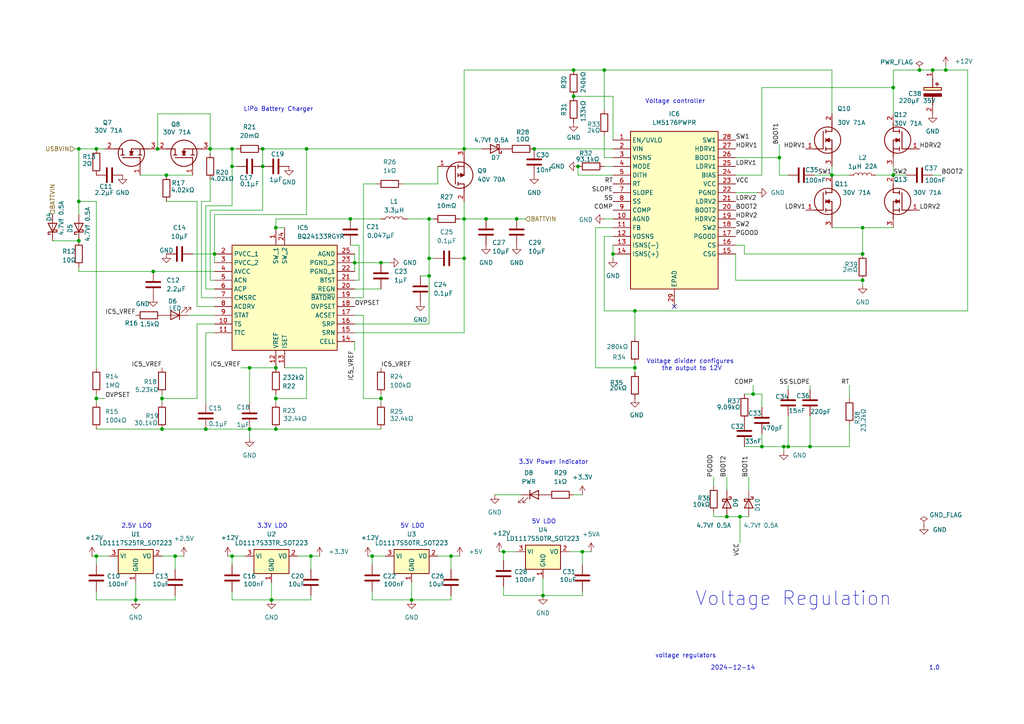
<source format=kicad_sch>
(kicad_sch (version 20231120) (generator "eeschema") (generator_version "8.0")
  (paper "A4")
  (junction (at 119.38 173.99))
  (junction (at 214.63 149.86))
  (junction (at 270.51 20.32))
  (junction (at 62.23 73.66))
  (junction (at 228.6 129.54))
  (junction (at 226.06 45.72))
  (junction (at 27.94 115.57))
  (junction (at 259.08 50.8))
  (junction (at 149.86 63.5))
  (junction (at 72.39 124.46))
  (junction (at 130.81 161.29))
  (junction (at 134.62 74.93))
  (junction (at 250.19 81.28))
  (junction (at 210.82 149.86))
  (junction (at 76.2 48.26))
  (junction (at 177.8 73.66))
  (junction (at 44.45 78.74))
  (junction (at 80.01 106.68))
  (junction (at 166.37 27.94))
  (junction (at 154.94 43.18))
  (junction (at 76.2 43.18))
  (junction (at 124.46 74.93))
  (junction (at 107.95 161.29))
  (junction (at 124.46 80.01))
  (junction (at 27.94 161.29))
  (junction (at 184.15 90.17))
  (junction (at 80.01 124.46))
  (junction (at 50.8 161.29))
  (junction (at 227.33 129.54))
  (junction (at 168.91 160.02))
  (junction (at 46.99 124.46))
  (junction (at 110.49 76.2))
  (junction (at 274.32 20.32))
  (junction (at 90.17 161.29))
  (junction (at 167.64 48.26))
  (junction (at 80.01 66.04))
  (junction (at 59.69 124.46))
  (junction (at 27.94 43.18))
  (junction (at 250.19 73.66))
  (junction (at 157.48 172.72))
  (junction (at 234.95 129.54))
  (junction (at 266.7 20.32))
  (junction (at 22.86 58.42))
  (junction (at 88.9 43.18))
  (junction (at 166.37 20.32))
  (junction (at 102.87 76.2))
  (junction (at 175.26 20.32))
  (junction (at 60.96 43.18))
  (junction (at 101.6 63.5))
  (junction (at 22.86 43.18))
  (junction (at 45.72 43.18))
  (junction (at 72.39 106.68))
  (junction (at 67.31 43.18))
  (junction (at 220.98 129.54))
  (junction (at 80.01 115.57))
  (junction (at 134.62 63.5))
  (junction (at 67.31 161.29))
  (junction (at 259.08 25.4))
  (junction (at 39.37 173.99))
  (junction (at 241.3 50.8))
  (junction (at 218.44 114.3))
  (junction (at 250.19 66.04))
  (junction (at 184.15 106.68))
  (junction (at 140.97 63.5))
  (junction (at 134.62 43.18))
  (junction (at 110.49 115.57))
  (junction (at 67.31 48.26))
  (junction (at 48.26 50.8))
  (junction (at 46.99 115.57))
  (junction (at 78.74 173.99))
  (junction (at 22.86 69.85))
  (junction (at 146.05 160.02))
  (junction (at 124.46 63.5))
  (no_connect (at 195.58 88.9))
  (wire (pts (xy 62.23 73.66) (xy 62.23 62.23)))
  (wire (pts (xy 104.14 71.12) (xy 101.6 71.12)))
  (wire (pts (xy 227.33 129.54) (xy 227.33 130.81)))
  (wire (pts (xy 175.26 45.72) (xy 175.26 39.37)))
  (wire (pts (xy 60.96 43.18) (xy 60.96 44.45)))
  (wire (pts (xy 274.32 20.32) (xy 280.67 20.32)))
  (wire (pts (xy 270.51 20.32) (xy 274.32 20.32)))
  (wire (pts (xy 69.85 106.68) (xy 72.39 106.68)))
  (wire (pts (xy 105.41 53.34) (xy 109.22 53.34)))
  (wire (pts (xy 124.46 74.93) (xy 125.73 74.93)))
  (wire (pts (xy 177.8 73.66) (xy 177.8 74.93)))
  (wire (pts (xy 134.62 43.18) (xy 139.7 43.18)))
  (wire (pts (xy 228.6 120.65) (xy 228.6 129.54)))
  (wire (pts (xy 259.08 25.4) (xy 259.08 33.02)))
  (wire (pts (xy 241.3 66.04) (xy 250.19 66.04)))
  (wire (pts (xy 67.31 43.18) (xy 68.58 43.18)))
  (wire (pts (xy 166.37 27.94) (xy 177.8 27.94)))
  (wire (pts (xy 62.23 93.98) (xy 57.15 93.98)))
  (wire (pts (xy 168.91 172.72) (xy 157.48 172.72)))
  (wire (pts (xy 280.67 20.32) (xy 280.67 90.17)))
  (wire (pts (xy 60.96 81.28) (xy 60.96 60.96)))
  (wire (pts (xy 67.31 163.83) (xy 67.31 161.29)))
  (wire (pts (xy 46.99 124.46) (xy 59.69 124.46)))
  (wire (pts (xy 213.36 50.8) (xy 220.98 50.8)))
  (wire (pts (xy 59.69 124.46) (xy 72.39 124.46)))
  (wire (pts (xy 60.96 33.02) (xy 60.96 43.18)))
  (wire (pts (xy 90.17 161.29) (xy 86.36 161.29)))
  (wire (pts (xy 90.17 173.99) (xy 78.74 173.99)))
  (wire (pts (xy 27.94 171.45) (xy 27.94 173.99)))
  (wire (pts (xy 134.62 63.5) (xy 134.62 74.93)))
  (wire (pts (xy 62.23 73.66) (xy 62.23 76.2)))
  (wire (pts (xy 121.92 80.01) (xy 124.46 80.01)))
  (wire (pts (xy 80.01 66.04) (xy 82.55 66.04)))
  (wire (pts (xy 250.19 81.28) (xy 250.19 82.55)))
  (wire (pts (xy 21.59 43.18) (xy 22.86 43.18)))
  (wire (pts (xy 27.94 124.46) (xy 46.99 124.46)))
  (wire (pts (xy 168.91 160.02) (xy 165.1 160.02)))
  (wire (pts (xy 246.38 123.19) (xy 246.38 129.54)))
  (wire (pts (xy 213.36 45.72) (xy 226.06 45.72)))
  (wire (pts (xy 44.45 78.74) (xy 62.23 78.74)))
  (wire (pts (xy 175.26 68.58) (xy 177.8 68.58)))
  (wire (pts (xy 220.98 50.8) (xy 220.98 25.4)))
  (wire (pts (xy 270.51 50.8) (xy 273.05 50.8)))
  (wire (pts (xy 90.17 165.1) (xy 90.17 161.29)))
  (wire (pts (xy 210.82 138.43) (xy 210.82 142.24)))
  (wire (pts (xy 236.22 50.8) (xy 241.3 50.8)))
  (wire (pts (xy 101.6 63.5) (xy 80.01 63.5)))
  (wire (pts (xy 217.17 138.43) (xy 217.17 142.24)))
  (wire (pts (xy 88.9 43.18) (xy 134.62 43.18)))
  (wire (pts (xy 228.6 129.54) (xy 227.33 129.54)))
  (wire (pts (xy 167.64 50.8) (xy 177.8 50.8)))
  (wire (pts (xy 50.8 172.72) (xy 50.8 173.99)))
  (wire (pts (xy 175.26 90.17) (xy 184.15 90.17)))
  (wire (pts (xy 207.01 148.59) (xy 207.01 149.86)))
  (wire (pts (xy 130.81 172.72) (xy 130.81 173.99)))
  (wire (pts (xy 27.94 115.57) (xy 27.94 116.84)))
  (wire (pts (xy 62.23 88.9) (xy 57.15 88.9)))
  (wire (pts (xy 220.98 129.54) (xy 227.33 129.54)))
  (wire (pts (xy 80.01 63.5) (xy 80.01 66.04)))
  (wire (pts (xy 134.62 63.5) (xy 140.97 63.5)))
  (wire (pts (xy 105.41 115.57) (xy 110.49 115.57)))
  (wire (pts (xy 215.9 129.54) (xy 220.98 129.54)))
  (wire (pts (xy 184.15 105.41) (xy 184.15 106.68)))
  (wire (pts (xy 107.95 161.29) (xy 111.76 161.29)))
  (wire (pts (xy 130.81 173.99) (xy 119.38 173.99)))
  (wire (pts (xy 241.3 48.26) (xy 241.3 50.8)))
  (wire (pts (xy 146.05 160.02) (xy 149.86 160.02)))
  (wire (pts (xy 40.64 50.8) (xy 48.26 50.8)))
  (wire (pts (xy 46.99 114.3) (xy 46.99 115.57)))
  (wire (pts (xy 110.49 63.5) (xy 101.6 63.5)))
  (wire (pts (xy 102.87 76.2) (xy 102.87 78.74)))
  (wire (pts (xy 57.15 93.98) (xy 57.15 115.57)))
  (wire (pts (xy 175.26 20.32) (xy 241.3 20.32)))
  (wire (pts (xy 88.9 62.23) (xy 88.9 43.18)))
  (wire (pts (xy 215.9 73.66) (xy 250.19 73.66)))
  (wire (pts (xy 146.05 170.18) (xy 146.05 172.72)))
  (wire (pts (xy 57.15 58.42) (xy 57.15 88.9)))
  (wire (pts (xy 116.84 53.34) (xy 127 53.34)))
  (wire (pts (xy 27.94 43.18) (xy 30.48 43.18)))
  (wire (pts (xy 62.23 62.23) (xy 88.9 62.23)))
  (wire (pts (xy 143.51 143.51) (xy 151.13 143.51)))
  (wire (pts (xy 90.17 172.72) (xy 90.17 173.99)))
  (wire (pts (xy 57.15 115.57) (xy 46.99 115.57)))
  (wire (pts (xy 110.49 114.3) (xy 110.49 115.57)))
  (wire (pts (xy 78.74 168.91) (xy 78.74 173.99)))
  (wire (pts (xy 27.94 163.83) (xy 27.94 161.29)))
  (wire (pts (xy 27.94 173.99) (xy 39.37 173.99)))
  (wire (pts (xy 218.44 111.76) (xy 218.44 114.3)))
  (wire (pts (xy 234.95 120.65) (xy 234.95 129.54)))
  (wire (pts (xy 88.9 115.57) (xy 80.01 115.57)))
  (wire (pts (xy 134.62 63.5) (xy 133.35 63.5)))
  (wire (pts (xy 60.96 58.42) (xy 60.96 52.07)))
  (wire (pts (xy 66.04 161.29) (xy 67.31 161.29)))
  (wire (pts (xy 152.4 63.5) (xy 149.86 63.5)))
  (wire (pts (xy 102.87 83.82) (xy 110.49 83.82)))
  (wire (pts (xy 72.39 106.68) (xy 80.01 106.68)))
  (wire (pts (xy 250.19 66.04) (xy 259.08 66.04)))
  (wire (pts (xy 104.14 81.28) (xy 102.87 81.28)))
  (wire (pts (xy 76.2 43.18) (xy 88.9 43.18)))
  (wire (pts (xy 167.64 48.26) (xy 167.64 50.8)))
  (wire (pts (xy 259.08 48.26) (xy 259.08 50.8)))
  (wire (pts (xy 124.46 74.93) (xy 124.46 63.5)))
  (wire (pts (xy 48.26 50.8) (xy 55.88 50.8)))
  (wire (pts (xy 102.87 96.52) (xy 134.62 96.52)))
  (wire (pts (xy 46.99 116.84) (xy 46.99 115.57)))
  (wire (pts (xy 60.96 33.02) (xy 45.72 33.02)))
  (wire (pts (xy 67.31 48.26) (xy 68.58 48.26)))
  (wire (pts (xy 234.95 113.03) (xy 234.95 111.76)))
  (wire (pts (xy 105.41 86.36) (xy 105.41 53.34)))
  (wire (pts (xy 177.8 27.94) (xy 177.8 40.64)))
  (wire (pts (xy 166.37 20.32) (xy 175.26 20.32)))
  (wire (pts (xy 127 48.26) (xy 127 53.34)))
  (wire (pts (xy 105.41 91.44) (xy 105.41 115.57)))
  (wire (pts (xy 175.26 31.75) (xy 175.26 20.32)))
  (wire (pts (xy 172.72 66.04) (xy 177.8 66.04)))
  (wire (pts (xy 133.35 74.93) (xy 134.62 74.93)))
  (wire (pts (xy 102.87 86.36) (xy 105.41 86.36)))
  (wire (pts (xy 210.82 149.86) (xy 214.63 149.86)))
  (wire (pts (xy 207.01 138.43) (xy 207.01 140.97)))
  (wire (pts (xy 67.31 48.26) (xy 67.31 43.18)))
  (wire (pts (xy 259.08 25.4) (xy 259.08 20.32)))
  (wire (pts (xy 218.44 114.3) (xy 220.98 114.3)))
  (wire (pts (xy 214.63 149.86) (xy 214.63 157.48)))
  (wire (pts (xy 60.96 43.18) (xy 67.31 43.18)))
  (wire (pts (xy 259.08 20.32) (xy 266.7 20.32)))
  (wire (pts (xy 134.62 58.42) (xy 134.62 63.5)))
  (wire (pts (xy 220.98 25.4) (xy 259.08 25.4)))
  (wire (pts (xy 62.23 81.28) (xy 60.96 81.28)))
  (wire (pts (xy 172.72 66.04) (xy 172.72 106.68)))
  (wire (pts (xy 146.05 172.72) (xy 157.48 172.72)))
  (wire (pts (xy 184.15 90.17) (xy 280.67 90.17)))
  (wire (pts (xy 67.31 171.45) (xy 67.31 173.99)))
  (wire (pts (xy 214.63 149.86) (xy 217.17 149.86)))
  (wire (pts (xy 130.81 161.29) (xy 127 161.29)))
  (wire (pts (xy 58.42 86.36) (xy 62.23 86.36)))
  (wire (pts (xy 27.94 114.3) (xy 27.94 115.57)))
  (wire (pts (xy 124.46 80.01) (xy 124.46 74.93)))
  (wire (pts (xy 72.39 127) (xy 72.39 124.46)))
  (wire (pts (xy 59.69 59.69) (xy 59.69 83.82)))
  (wire (pts (xy 124.46 63.5) (xy 125.73 63.5)))
  (wire (pts (xy 27.94 106.68) (xy 27.94 58.42)))
  (wire (pts (xy 259.08 50.8) (xy 262.89 50.8)))
  (wire (pts (xy 168.91 171.45) (xy 168.91 172.72)))
  (wire (pts (xy 250.19 66.04) (xy 250.19 73.66)))
  (wire (pts (xy 134.62 20.32) (xy 166.37 20.32)))
  (wire (pts (xy 67.31 161.29) (xy 71.12 161.29)))
  (wire (pts (xy 76.2 48.26) (xy 76.2 60.96)))
  (wire (pts (xy 88.9 106.68) (xy 88.9 115.57)))
  (wire (pts (xy 50.8 165.1) (xy 50.8 161.29)))
  (wire (pts (xy 102.87 91.44) (xy 105.41 91.44)))
  (wire (pts (xy 54.61 91.44) (xy 62.23 91.44)))
  (wire (pts (xy 175.26 63.5) (xy 177.8 63.5)))
  (wire (pts (xy 241.3 50.8) (xy 246.38 50.8)))
  (wire (pts (xy 175.26 48.26) (xy 177.8 48.26)))
  (wire (pts (xy 59.69 96.52) (xy 59.69 116.84)))
  (wire (pts (xy 171.45 160.02) (xy 168.91 160.02)))
  (wire (pts (xy 45.72 33.02) (xy 45.72 43.18)))
  (wire (pts (xy 59.69 96.52) (xy 62.23 96.52)))
  (wire (pts (xy 172.72 106.68) (xy 184.15 106.68)))
  (wire (pts (xy 50.8 173.99) (xy 39.37 173.99)))
  (wire (pts (xy 118.11 63.5) (xy 124.46 63.5)))
  (wire (pts (xy 67.31 48.26) (xy 67.31 59.69)))
  (wire (pts (xy 39.37 168.91) (xy 39.37 173.99)))
  (wire (pts (xy 22.86 43.18) (xy 22.86 58.42)))
  (wire (pts (xy 57.15 58.42) (xy 48.26 58.42)))
  (wire (pts (xy 110.49 115.57) (xy 110.49 116.84)))
  (wire (pts (xy 226.06 50.8) (xy 228.6 50.8)))
  (wire (pts (xy 219.71 55.88) (xy 213.36 55.88)))
  (wire (pts (xy 177.8 45.72) (xy 175.26 45.72)))
  (wire (pts (xy 113.03 76.2) (xy 110.49 76.2)))
  (wire (pts (xy 107.95 163.83) (xy 107.95 161.29)))
  (wire (pts (xy 213.36 73.66) (xy 213.36 81.28)))
  (wire (pts (xy 15.24 69.85) (xy 22.86 69.85)))
  (wire (pts (xy 119.38 168.91) (xy 119.38 173.99)))
  (wire (pts (xy 215.9 71.12) (xy 215.9 73.66)))
  (wire (pts (xy 80.01 124.46) (xy 110.49 124.46)))
  (wire (pts (xy 82.55 106.68) (xy 88.9 106.68)))
  (wire (pts (xy 22.86 77.47) (xy 22.86 78.74)))
  (wire (pts (xy 102.87 73.66) (xy 102.87 76.2)))
  (wire (pts (xy 102.87 93.98) (xy 124.46 93.98)))
  (wire (pts (xy 157.48 167.64) (xy 157.48 172.72)))
  (wire (pts (xy 133.35 161.29) (xy 130.81 161.29)))
  (wire (pts (xy 59.69 59.69) (xy 67.31 59.69)))
  (wire (pts (xy 226.06 41.91) (xy 226.06 45.72)))
  (wire (pts (xy 22.86 58.42) (xy 22.86 62.23)))
  (wire (pts (xy 62.23 83.82) (xy 59.69 83.82)))
  (wire (pts (xy 184.15 90.17) (xy 184.15 97.79)))
  (wire (pts (xy 22.86 43.18) (xy 27.94 43.18)))
  (wire (pts (xy 246.38 111.76) (xy 246.38 115.57)))
  (wire (pts (xy 58.42 58.42) (xy 60.96 58.42)))
  (wire (pts (xy 104.14 81.28) (xy 104.14 71.12)))
  (wire (pts (xy 76.2 48.26) (xy 76.2 43.18)))
  (wire (pts (xy 254 50.8) (xy 259.08 50.8)))
  (wire (pts (xy 226.06 45.72) (xy 226.06 50.8)))
  (wire (pts (xy 175.26 68.58) (xy 175.26 90.17)))
  (wire (pts (xy 80.01 114.3) (xy 80.01 115.57)))
  (wire (pts (xy 241.3 20.32) (xy 241.3 33.02)))
  (wire (pts (xy 154.94 43.18) (xy 177.8 43.18)))
  (wire (pts (xy 55.88 73.66) (xy 62.23 73.66)))
  (wire (pts (xy 213.36 81.28) (xy 250.19 81.28)))
  (wire (pts (xy 58.42 58.42) (xy 58.42 86.36)))
  (wire (pts (xy 124.46 93.98) (xy 124.46 80.01)))
  (wire (pts (xy 130.81 165.1) (xy 130.81 161.29)))
  (wire (pts (xy 220.98 118.11) (xy 220.98 114.3)))
  (wire (pts (xy 215.9 114.3) (xy 218.44 114.3)))
  (wire (pts (xy 107.95 173.99) (xy 119.38 173.99)))
  (wire (pts (xy 60.96 60.96) (xy 76.2 60.96)))
  (wire (pts (xy 102.87 76.2) (xy 110.49 76.2)))
  (wire (pts (xy 220.98 125.73) (xy 220.98 129.54)))
  (wire (pts (xy 67.31 173.99) (xy 78.74 173.99)))
  (wire (pts (xy 168.91 163.83) (xy 168.91 160.02)))
  (wire (pts (xy 27.94 161.29) (xy 31.75 161.29)))
  (wire (pts (xy 50.8 161.29) (xy 46.99 161.29)))
  (wire (pts (xy 234.95 129.54) (xy 228.6 129.54)))
  (wire (pts (xy 53.34 161.29) (xy 50.8 161.29)))
  (wire (pts (xy 106.68 161.29) (xy 107.95 161.29)))
  (wire (pts (xy 102.87 101.6) (xy 102.87 99.06)))
  (wire (pts (xy 26.67 161.29) (xy 27.94 161.29)))
  (wire (pts (xy 22.86 78.74) (xy 44.45 78.74)))
  (wire (pts (xy 184.15 106.68) (xy 184.15 107.95)))
  (wire (pts (xy 27.94 115.57) (xy 30.48 115.57)))
  (wire (pts (xy 72.39 124.46) (xy 80.01 124.46)))
  (wire (pts (xy 274.32 19.05) (xy 274.32 20.32)))
  (wire (pts (xy 215.9 71.12) (xy 213.36 71.12)))
  (wire (pts (xy 234.95 129.54) (xy 246.38 129.54)))
  (wire (pts (xy 266.7 20.32) (xy 270.51 20.32)))
  (wire (pts (xy 177.8 71.12) (xy 177.8 73.66)))
  (wire (pts (xy 107.95 171.45) (xy 107.95 173.99)))
  (wire (pts (xy 149.86 63.5) (xy 140.97 63.5)))
  (wire (pts (xy 27.94 58.42) (xy 22.86 58.42)))
  (wire (pts (xy 80.01 115.57) (xy 80.01 116.84)))
  (wire (pts (xy 134.62 74.93) (xy 134.62 96.52)))
  (wire (pts (xy 166.37 143.51) (xy 168.91 143.51)))
  (wire (pts (xy 144.78 160.02) (xy 146.05 160.02)))
  (wire (pts (xy 228.6 111.76) (xy 228.6 113.03)))
  (wire (pts (xy 146.05 162.56) (xy 146.05 160.02)))
  (wire (pts (xy 207.01 149.86) (xy 210.82 149.86)))
  (wire (pts (xy 134.62 20.32) (xy 134.62 43.18)))
  (wire (pts (xy 72.39 116.84) (xy 72.39 106.68)))
  (wire (pts (xy 92.71 161.29) (xy 90.17 161.29)))
  (text "1.0" (at 271.018 193.802 0) (effects (font (size 1.27 1.27))))
  (text "5V LDO\n" (at 119.634 152.654 0) (effects (font (size 1.27 1.27))))
  (text "3.3V Power indicator\n" (at 160.528 134.112 0) (effects (font (size 1.27 1.27))))
  (text "2024-12-14" (at 212.598 193.802 0) (effects (font (size 1.27 1.27))))
  (text "Voltage divider configures \nthe output to 12V" (at 200.66 105.918 0) (effects (font (size 1.27 1.27))))
  (text "2.5V LDO" (at 39.624 152.654 0) (effects (font (size 1.27 1.27))))
  (text "Voltage Regulation" (at 230.124 173.736 0) (effects (font (size 4 4))))
  (text "Voltage controller" (at 195.834 29.464 0) (effects (font (size 1.27 1.27))))
  (text "LiPo Battery Charger\n" (at 80.772 31.75 0) (effects (font (size 1.27 1.27))))
  (text "5V LDO\n" (at 157.734 151.384 0) (effects (font (size 1.27 1.27))))
  (text "voltage regulators\n" (at 198.882 190.246 0) (effects (font (size 1.27 1.27))))
  (text "3.3V LDO" (at 78.994 152.654 0) (effects (font (size 1.27 1.27))))
  (label "COMP" (at 177.8 60.96 180))
  (label "SS" (at 177.8 58.42 180))
  (label "BOOT1" (at 226.06 41.91 90))
  (label "HDRV2" (at 213.36 63.5 0))
  (label "LDRV2" (at 266.7 60.96 0))
  (label "PGOOD" (at 213.36 68.58 0))
  (label "BOOT2" (at 213.36 60.96 0))
  (label "LDRV1" (at 213.36 48.26 0))
  (label "VCC" (at 213.36 53.34 0))
  (label "PGOOD" (at 207.01 138.43 90))
  (label "VCC" (at 214.63 157.48 270))
  (label "SW2" (at 259.08 50.8 0))
  (label "SW1" (at 241.3 50.8 180))
  (label "IC5_VREF" (at 110.49 106.68 0))
  (label "IC5_VREF" (at 46.99 106.68 180))
  (label "HDRV1" (at 213.36 43.18 0))
  (label "SW2" (at 213.36 66.04 0))
  (label "BOOT2" (at 273.05 50.8 0))
  (label "SW1" (at 213.36 40.64 0))
  (label "BOOT1" (at 217.17 138.43 90))
  (label "SLOPE" (at 234.95 111.76 180))
  (label "OVPSET" (at 102.87 88.9 0))
  (label "SS" (at 228.6 111.76 180))
  (label "BOOT2" (at 210.82 138.43 90))
  (label "IC5_VREF" (at 102.87 101.6 270))
  (label "COMP" (at 218.44 111.76 180))
  (label "SLOPE" (at 177.8 55.88 180))
  (label "RT" (at 246.38 111.76 180))
  (label "HDRV2" (at 266.7 43.18 0))
  (label "HDRV1" (at 233.68 43.18 180))
  (label "OVPSET" (at 30.48 115.57 0))
  (label "RT" (at 177.8 53.34 180))
  (label "IC5_VREF" (at 69.85 106.68 180))
  (label "IC5_VREF" (at 39.37 91.44 180))
  (label "LDRV1" (at 233.68 60.96 180))
  (label "LDRV2" (at 213.36 58.42 0))
  (hierarchical_label "BATTVIN" (shape input) (at 15.24 62.23 90))
  (hierarchical_label "USBVIN" (shape input) (at 21.59 43.18 180))
  (hierarchical_label "BATTVIN" (shape input) (at 152.4 63.5 0))
  (symbol (lib_id "power:+12V") (at 66.04 161.29 0) (unit 1)
    (property "Reference" "#PWR033" (effects (hide yes)))
    (property "Value" "+12V" (at 64.008 155.956 0) (effects (justify left)))
    (property "Description" "Power symbol creates a global label with name \"+12V\"" (effects (hide yes)))
  )
  (symbol (lib_id "Device:C") (at 72.39 48.26 90) (unit 1)
    (property "Reference" "C17" (at 71.374 51.562 90))
    (property "Value" "0.1µF" (at 72.39 53.34 90))
    (property "Footprint" "Capacitor_SMD:C_0603_1608Metric" (effects (hide yes)))
    (property "Description" "Unpolarized capacitor" (effects (hide yes)))
  )
  (symbol (lib_id "Device:C") (at 44.45 82.55 0) (unit 1)
    (property "Reference" "C12" (at 48.26 81.2799 0) (effects (justify left)))
    (property "Value" "2.2µF" (at 48.26 83.8199 0) (effects (justify left)))
    (property "Footprint" "Capacitor_SMD:C_0603_1608Metric" (effects (hide yes)))
    (property "Description" "Unpolarized capacitor" (effects (hide yes)))
  )
  (symbol (lib_id "Device:R") (at 80.01 120.65 0) (unit 1)
    (property "Reference" "R23" (at 83.82 119.126 0))
    (property "Value" "32.4kΩ" (at 85.598 121.412 0))
    (property "Footprint" "Resistor_SMD:R_0603_1608Metric" (effects (hide yes)))
    (property "Description" "Resistor" (effects (hide yes)))
  )
  (symbol (lib_id "Device:R") (at 46.99 120.65 180) (unit 1)
    (property "Reference" "R19" (at 42.164 120.65 0) (effects (justify right)))
    (property "Value" "30.1kΩ" (at 38.862 122.682 0) (effects (justify right)))
    (property "Footprint" "Resistor_SMD:R_0603_1608Metric" (effects (hide yes)))
    (property "Description" "Resistor" (effects (hide yes)))
  )
  (symbol (lib_id "Device:R") (at 22.86 73.66 180) (unit 1)
    (property "Reference" "R12" (at 18.034 72.898 0) (effects (justify right)))
    (property "Value" "10Ω" (at 18.034 75.438 0) (effects (justify right)))
    (property "Footprint" "Resistor_SMD:R_0603_1608Metric" (effects (hide yes)))
    (property "Description" "Resistor" (effects (hide yes)))
  )
  (symbol (lib_id "power:GND") (at 219.71 55.88 90) (unit 1)
    (property "Reference" "#PWR058" (effects (hide yes)))
    (property "Value" "GND" (at 223.52 55.8799 90) (effects (justify right)))
    (property "Description" "Power symbol creates a global label with name \"GND\" , ground" (effects (hide yes)))
  )
  (symbol (lib_id "Device:C") (at 168.91 167.64 0) (unit 1)
    (property "Reference" "C31" (at 163.068 165.862 0) (effects (justify left)))
    (property "Value" "10uF" (at 162.306 168.148 0) (effects (justify left)))
    (property "Footprint" "Capacitor_SMD:C_0603_1608Metric" (effects (hide yes)))
    (property "Description" "Unpolarized capacitor" (effects (hide yes)))
  )
  (symbol (lib_id "Device:R") (at 72.39 43.18 270) (unit 1)
    (property "Reference" "R21" (at 72.39 36.83 90))
    (property "Value" "20mΩ" (at 72.39 39.37 90))
    (property "Footprint" "Resistor_SMD:R_0603_1608Metric" (effects (hide yes)))
    (property "Description" "Resistor" (effects (hide yes)))
  )
  (symbol (lib_id "IPD047N03LF2SATMA1:IPD047N03LF2SATMA1") (at 55.88 50.8 90) (unit 1)
    (property "Reference" "Q8" (at 52.324 36.068 90) (effects (justify left)))
    (property "Value" "30V 71A" (at 55.372 38.354 90) (effects (justify left)))
    (property "Footprint" "kuben-footprints:IPD047N03LF2SATMA1" (effects (hide yes)))
    (property "Datasheet" "https://www.infineon.com/dgdl/Infineon-IPD047N03LF2S-DataSheet-v01_00-EN.pdf?fileId=8ac78c8c92416ca50192b89c5f296484" (effects (hide yes)))
    (property "Description" "N-Channel 30 V 71A (Tc) 65W (Tc) Surface Mount PG-TO252-3" (effects (hide yes)))
    (property "Description_1" "N-Channel 30 V 71A (Tc) 65W (Tc) Surface Mount PG-TO252-3" (effects (hide yes)))
    (property "Height" "2.52" (effects (hide yes)))
    (property "Manufacturer_Name" "Infineon" (effects (hide yes)))
    (property "Manufacturer_Part_Number" "IPD047N03LF2SATMA1" (effects (hide yes)))
  )
  (symbol (lib_id "Device:C") (at 121.92 83.82 180) (unit 1)
    (property "Reference" "C24" (at 125.73 82.5499 0) (effects (justify right)))
    (property "Value" "0.1µF" (at 125.73 85.0899 0) (effects (justify right)))
    (property "Footprint" "Capacitor_SMD:C_0603_1608Metric" (effects (hide yes)))
    (property "Description" "Unpolarized capacitor" (effects (hide yes)))
  )
  (symbol (lib_id "Device:D_Schottky") (at 143.51 43.18 180) (unit 1)
    (property "Reference" "D7" (at 145.0976 45.72 0) (effects (justify left)))
    (property "Value" "4.7Vf 0.5A" (at 147.574 40.64 0) (effects (justify left)))
    (property "Footprint" "kuben-footprints:DIOC1709X85N" (effects (hide yes)))
    (property "Description" "Schottky diode" (effects (hide yes)))
    (property "Height" "0.85" (effects (hide yes)))
    (property "Mouser Part Number" "750-CDBU0520" (effects (hide yes)))
    (property "Mouser Price/Stock" "https://www.mouser.co.uk/ProductDetail/Comchip-Technology/CDBU0520?qs=QrYNfmA0esYvGSGDalbccA%3D%3D" (effects (hide yes)))
    (property "Manufacturer_Name" "Comchip Technology" (effects (hide yes)))
    (property "Manufacturer_Part_Number" "CDBU0520" (effects (hide yes)))
  )
  (symbol (lib_id "Device:D_Schottky") (at 210.82 146.05 270) (unit 1)
    (property "Reference" "D9" (at 213.36 144.4624 0) (effects (justify left)))
    (property "Value" "4.7Vf 0.5A" (at 201.93 152.4 90) (effects (justify left)))
    (property "Footprint" "kuben-footprints:DIOC1709X85N" (effects (hide yes)))
    (property "Description" "Schottky diode" (effects (hide yes)))
    (property "Height" "0.85" (effects (hide yes)))
    (property "Mouser Part Number" "750-CDBU0520" (effects (hide yes)))
    (property "Mouser Price/Stock" "https://www.mouser.co.uk/ProductDetail/Comchip-Technology/CDBU0520?qs=QrYNfmA0esYvGSGDalbccA%3D%3D" (effects (hide yes)))
    (property "Manufacturer_Name" "Comchip Technology" (effects (hide yes)))
    (property "Manufacturer_Part_Number" "CDBU0520" (effects (hide yes)))
  )
  (symbol (lib_id "power:PWR_FLAG") (at 267.97 152.4 0) (unit 1)
    (property "Reference" "#FLG02" (effects (hide yes)))
    (property "Value" "GND_FLAG" (at 274.32 149.352 0))
    (property "Description" "Special symbol for telling ERC where power comes from" (effects (hide yes)))
  )
  (symbol (lib_id "Device:R") (at 80.01 110.49 0) (unit 1)
    (property "Reference" "R22" (at 83.82 112.014 0))
    (property "Value" "232kΩ" (at 85.09 109.474 0))
    (property "Footprint" "Resistor_SMD:R_0603_1608Metric" (effects (hide yes)))
    (property "Description" "Resistor" (effects (hide yes)))
  )
  (symbol (lib_id "power:GND") (at 177.8 74.93 0) (unit 1)
    (property "Reference" "#PWR056" (effects (hide yes)))
    (property "Value" "GND" (at 177.8 80.01 0))
    (property "Description" "Power symbol creates a global label with name \"GND\" , ground" (effects (hide yes)))
  )
  (symbol (lib_id "power:+3.3V") (at 168.91 143.51 0) (unit 1)
    (property "Reference" "#PWR053" (effects (hide yes)))
    (property "Value" "+3.3V" (at 168.91 138.43 0))
    (property "Description" "Power symbol creates a global label with name \"+3.3V\"" (effects (hide yes)))
  )
  (symbol (lib_id "Regulator_Linear:LD1117S25TR_SOT223") (at 39.37 161.29 0) (unit 1)
    (property "Reference" "U1" (at 39.37 154.94 0))
    (property "Value" "LD1117S25TR_SOT223" (at 39.37 157.48 0))
    (property "Footprint" "Package_TO_SOT_SMD:SOT-223-3_TabPin2" (effects (hide yes)))
    (property "Datasheet" "http://www.st.com/st-web-ui/static/active/en/resource/technical/document/datasheet/CD00000544.pdf" (effects (hide yes)))
    (property "Description" "800mA Fixed Low Drop Positive Voltage Regulator, Fixed Output 2.5V, SOT-223" (effects (hide yes)))
  )
  (symbol (lib_id "Device:C") (at 215.9 125.73 180) (unit 1)
    (property "Reference" "C32" (at 213.868 123.698 0))
    (property "Value" "33nF" (at 218.44 128.016 0))
    (property "Footprint" "Capacitor_SMD:C_0603_1608Metric" (effects (hide yes)))
    (property "Description" "Unpolarized capacitor" (effects (hide yes)))
  )
  (symbol (lib_id "IPD047N03LF2SATMA1:IPD047N03LF2SATMA1") (at 233.68 43.18 0) (unit 1)
    (property "Reference" "Q10" (at 242.824 31.496 0) (effects (justify left)))
    (property "Value" "30V 71A" (at 242.824 35.56 0) (effects (justify left)))
    (property "Footprint" "kuben-footprints:IPD047N03LF2SATMA1" (effects (hide yes)))
    (property "Datasheet" "https://www.infineon.com/dgdl/Infineon-IPD047N03LF2S-DataSheet-v01_00-EN.pdf?fileId=8ac78c8c92416ca50192b89c5f296484" (effects (hide yes)))
    (property "Description" "N-Channel 30 V 71A (Tc) 65W (Tc) Surface Mount PG-TO252-3" (effects (hide yes)))
    (property "Description_1" "N-Channel 30 V 71A (Tc) 65W (Tc) Surface Mount PG-TO252-3" (effects (hide yes)))
    (property "Height" "2.52" (effects (hide yes)))
    (property "Manufacturer_Name" "Infineon" (effects (hide yes)))
    (property "Manufacturer_Part_Number" "IPD047N03LF2SATMA1" (effects (hide yes)))
  )
  (symbol (lib_id "power:+5V") (at 133.35 161.29 0) (unit 1)
    (property "Reference" "#PWR044" (effects (hide yes)))
    (property "Value" "+5V" (at 135.89 160.0199 0) (effects (justify left)))
    (property "Description" "Power symbol creates a global label with name \"+5V\"" (effects (hide yes)))
  )
  (symbol (lib_id "Device:C") (at 220.98 121.92 180) (unit 1)
    (property "Reference" "C33" (at 218.948 119.888 0))
    (property "Value" "470pF" (at 224.028 124.206 0))
    (property "Footprint" "Capacitor_SMD:C_0603_1608Metric" (effects (hide yes)))
    (property "Description" "Unpolarized capacitor" (effects (hide yes)))
  )
  (symbol (lib_id "Device:R") (at 162.56 143.51 90) (unit 1)
    (property "Reference" "R29" (at 162.56 137.16 90))
    (property "Value" "1kΩ" (at 162.56 139.7 90))
    (property "Footprint" "Resistor_SMD:R_0603_1608Metric" (effects (hide yes)))
    (property "Description" "Resistor" (effects (hide yes)))
  )
  (symbol (lib_id "Device:R") (at 48.26 54.61 180) (unit 1)
    (property "Reference" "R17" (at 49.784 53.086 0) (effects (justify right)))
    (property "Value" "4.02kΩ" (at 49.53 55.118 0) (effects (justify right)))
    (property "Footprint" "Resistor_SMD:R_0603_1608Metric" (effects (hide yes)))
    (property "Description" "Resistor" (effects (hide yes)))
  )
  (symbol (lib_id "MAL215099001E3:MAL215099001E3") (at 270.51 20.32 270) (unit 1)
    (property "Reference" "C38" (at 263.398 27.178 90) (effects (justify left)))
    (property "Value" "220µF 35V" (at 260.604 29.21 90) (effects (justify left)))
    (property "Footprint" "kuben-footprints:CAPAE1050X1050N" (effects (hide yes)))
    (property "Description" "Aluminum Electrolytic Capacitors - SMD 220uF 35volts" (effects (hide yes)))
    (property "Height" "10.5" (effects (hide yes)))
    (property "Mouser Part Number" "594-MAL215099001E3" (effects (hide yes)))
    (property "Mouser Price/Stock" "https://www.mouser.co.uk/ProductDetail/Vishay-BC-Components/MAL215099001E3?qs=Ep9Lwju7gVqiNejX6ixLsw%3D%3D" (effects (hide yes)))
    (property "Manufacturer_Name" "Vishay" (effects (hide yes)))
    (property "Manufacturer_Part_Number" "MAL215099001E3" (effects (hide yes)))
  )
  (symbol (lib_id "power:GND") (at 119.38 173.99 0) (unit 1)
    (property "Reference" "#PWR042" (effects (hide yes)))
    (property "Value" "GND" (at 119.38 179.07 0))
    (property "Description" "Power symbol creates a global label with name \"GND\" , ground" (effects (hide yes)))
  )
  (symbol (lib_id "Device:LED") (at 154.94 143.51 0) (unit 1)
    (property "Reference" "D8" (at 153.3525 137.16 0))
    (property "Value" "PWR" (at 153.3525 139.7 0))
    (property "Footprint" "Diode_SMD:D_0603_1608Metric" (effects (hide yes)))
    (property "Description" "Light emitting diode" (effects (hide yes)))
  )
  (symbol (lib_id "Device:C") (at 149.86 67.31 0) (unit 1)
    (property "Reference" "C29" (at 153.162 70.358 0) (effects (justify left)))
    (property "Value" "10µF" (at 153.162 72.898 0) (effects (justify left)))
    (property "Footprint" "Capacitor_SMD:C_0603_1608Metric" (effects (hide yes)))
    (property "Description" "Unpolarized capacitor" (effects (hide yes)))
  )
  (symbol (lib_id "power:GND") (at 166.37 35.56 0) (unit 1)
    (property "Reference" "#PWR051" (effects (hide yes)))
    (property "Value" "GND" (at 166.37 39.878 0))
    (property "Description" "Power symbol creates a global label with name \"GND\" , ground" (effects (hide yes)))
  )
  (symbol (lib_id "power:PWR_FLAG") (at 266.7 20.32 0) (unit 1)
    (property "Reference" "#FLG01" (effects (hide yes)))
    (property "Value" "PWR_FLAG" (at 260.096 18.034 0))
    (property "Description" "Special symbol for telling ERC where power comes from" (effects (hide yes)))
  )
  (symbol (lib_id "Device:C") (at 146.05 166.37 0) (unit 1)
    (property "Reference" "C28" (at 149.098 165.862 0) (effects (justify left)))
    (property "Value" "100nF" (at 149.352 168.148 0) (effects (justify left)))
    (property "Footprint" "Capacitor_SMD:C_0603_1608Metric" (effects (hide yes)))
    (property "Description" "Unpolarized capacitor" (effects (hide yes)))
  )
  (symbol (lib_id "power:GND") (at 113.03 76.2 90) (unit 1)
    (property "Reference" "#PWR041" (effects (hide yes)))
    (property "Value" "GND" (at 116.84 76.1999 90) (effects (justify right)))
    (property "Description" "Power symbol creates a global label with name \"GND\" , ground" (effects (hide yes)))
  )
  (symbol (lib_id "Device:L") (at 250.19 50.8 90) (unit 1)
    (property "Reference" "L2" (at 250.19 45.72 90))
    (property "Value" "1µH 22A" (at 250.19 48.26 90))
    (property "Footprint" "kuben-footprints:INDPM6965X300N" (effects (hide yes)))
    (property "Description" "Inductor" (effects (hide yes)))
    (property "Height" "3" (effects (hide yes)))
    (property "Mouser Part Number" "70-IHLP2525CZR1R0M06" (effects (hide yes)))
    (property "Mouser Price/Stock" "https://www.mouser.co.uk/ProductDetail/Vishay-Dale/IHLP2525CZER1R0M06?qs=gMuw6kkpPFiOvUjVH4k3sQ%3D%3D" (effects (hide yes)))
    (property "Manufacturer_Name" "Vishay" (effects (hide yes)))
    (property "Manufacturer_Part_Number" "IHLP2525CZER1R0M06" (effects (hide yes)))
  )
  (symbol (lib_id "power:GND") (at 72.39 127 0) (unit 1)
    (property "Reference" "#PWR034" (effects (hide yes)))
    (property "Value" "GND" (at 72.39 132.08 0))
    (property "Description" "Power symbol creates a global label with name \"GND\" , ground" (effects (hide yes)))
  )
  (symbol (lib_id "power:+5V") (at 171.45 160.02 0) (unit 1)
    (property "Reference" "#PWR054" (effects (hide yes)))
    (property "Value" "+5VA" (at 171.45 154.94 0))
    (property "Description" "Power symbol creates a global label with name \"+5V\"" (effects (hide yes)))
  )
  (symbol (lib_id "Device:C") (at 232.41 50.8 90) (unit 1)
    (property "Reference" "C35" (at 235.458 49.276 90))
    (property "Value" "100nF" (at 236.474 52.324 90))
    (property "Footprint" "Capacitor_SMD:C_0603_1608Metric" (effects (hide yes)))
    (property "Description" "Unpolarized capacitor" (effects (hide yes)))
  )
  (symbol (lib_id "power:+12V") (at 144.78 160.02 0) (unit 1)
    (property "Reference" "#PWR047" (effects (hide yes)))
    (property "Value" "+12V" (at 142.748 154.686 0) (effects (justify left)))
    (property "Description" "Power symbol creates a global label with name \"+12V\"" (effects (hide yes)))
  )
  (symbol (lib_id "Device:C") (at 50.8 168.91 0) (unit 1)
    (property "Reference" "C13" (at 44.958 167.132 0) (effects (justify left)))
    (property "Value" "10uF" (at 44.196 169.418 0) (effects (justify left)))
    (property "Footprint" "Capacitor_SMD:C_0603_1608Metric" (effects (hide yes)))
    (property "Description" "Unpolarized capacitor" (effects (hide yes)))
  )
  (symbol (lib_id "power:GND") (at 227.33 130.81 0) (unit 1)
    (property "Reference" "#PWR059" (effects (hide yes)))
    (property "Value" "GND" (at 229.87 132.0799 0) (effects (justify left)))
    (property "Description" "Power symbol creates a global label with name \"GND\" , ground" (effects (hide yes)))
  )
  (symbol (lib_id "BQ24133RGYR:BQ24133RGYR") (at 82.55 66.04 270) (unit 1)
    (property "Reference" "IC5" (at 86.1824 66.04 90) (effects (justify left)))
    (property "Value" "BQ24133RGYR" (at 86.1824 68.58 90) (effects (justify left)))
    (property "Footprint" "kuben-footprints:BQ24133RGYR" (effects (hide yes)))
    (property "Datasheet" "http://www.ti.com/lit/gpn/BQ24133" (effects (hide yes)))
    (property "Description" "Synchronous Switch-Mode Li-Ion and Li-Polymer Stand-Alone Battery Charger" (effects (hide yes)))
    (property "Height" "1" (effects (hide yes)))
    (property "Mouser Part Number" "595-BQ24133RGYR" (effects (hide yes)))
    (property "Mouser Price/Stock" "https://www.mouser.co.uk/ProductDetail/Texas-Instruments/BQ24133RGYR?qs=O1HRStiETChtddIVJFsUHw%3D%3D" (effects (hide yes)))
    (property "Manufacturer_Name" "Texas Instruments" (effects (hide yes)))
    (property "Manufacturer_Part_Number" "BQ24133RGYR" (effects (hide yes)))
  )
  (symbol (lib_id "Regulator_Linear:LD1117S50TR_SOT223") (at 119.38 161.29 0) (unit 1)
    (property "Reference" "U3" (at 119.38 154.94 0))
    (property "Value" "LD1117S50TR_SOT223" (at 119.38 157.48 0))
    (property "Footprint" "Package_TO_SOT_SMD:SOT-223-3_TabPin2" (effects (hide yes)))
    (property "Datasheet" "http://www.st.com/st-web-ui/static/active/en/resource/technical/document/datasheet/CD00000544.pdf" (effects (hide yes)))
    (property "Description" "800mA Fixed Low Drop Positive Voltage Regulator, Fixed Output 5.0V, SOT-223" (effects (hide yes)))
  )
  (symbol (lib_id "Device:R") (at 175.26 35.56 180) (unit 1)
    (property "Reference" "R33" (at 172.212 36.068 0))
    (property "Value" "2kΩ" (at 172.212 37.846 0))
    (property "Footprint" "Resistor_SMD:R_0603_1608Metric" (effects (hide yes)))
    (property "Description" "Resistor" (effects (hide yes)))
  )
  (symbol (lib_id "Device:R") (at 27.94 120.65 180) (unit 1)
    (property "Reference" "R15" (at 30.48 119.3799 0) (effects (justify right)))
    (property "Value" "100kΩ" (at 30.48 121.9199 0) (effects (justify right)))
    (property "Footprint" "Resistor_SMD:R_0603_1608Metric" (effects (hide yes)))
    (property "Description" "Resistor" (effects (hide yes)))
  )
  (symbol (lib_id "Device:C") (at 101.6 67.31 180) (unit 1)
    (property "Reference" "C21" (at 106.172 65.786 0) (effects (justify right)))
    (property "Value" "0.047µF" (at 106.426 68.326 0) (effects (justify right)))
    (property "Footprint" "Capacitor_SMD:C_0603_1608Metric" (effects (hide yes)))
    (property "Description" "Unpolarized capacitor" (effects (hide yes)))
  )
  (symbol (lib_id "Device:D_Schottky") (at 217.17 146.05 270) (unit 1)
    (property "Reference" "D10" (at 219.71 144.4624 0) (effects (justify left)))
    (property "Value" "4.7Vf 0.5A" (at 215.646 152.4 90) (effects (justify left)))
    (property "Footprint" "kuben-footprints:DIOC1709X85N" (effects (hide yes)))
    (property "Description" "Schottky diode" (effects (hide yes)))
    (property "Height" "0.85" (effects (hide yes)))
    (property "Mouser Part Number" "750-CDBU0520" (effects (hide yes)))
    (property "Mouser Price/Stock" "https://www.mouser.co.uk/ProductDetail/Comchip-Technology/CDBU0520?qs=QrYNfmA0esYvGSGDalbccA%3D%3D" (effects (hide yes)))
    (property "Manufacturer_Name" "Comchip Technology" (effects (hide yes)))
    (property "Manufacturer_Part_Number" "CDBU0520" (effects (hide yes)))
  )
  (symbol (lib_id "IPD047N03LF2SATMA1:IPD047N03LF2SATMA1") (at 266.7 60.96 0) (mirror y) (unit 1)
    (property "Reference" "Q13" (at 263.144 52.07 0) (effects (justify left)))
    (property "Value" "30V 71A" (at 273.05 55.88 0) (effects (justify left)))
    (property "Footprint" "kuben-footprints:IPD047N03LF2SATMA1" (effects (hide yes)))
    (property "Datasheet" "https://www.infineon.com/dgdl/Infineon-IPD047N03LF2S-DataSheet-v01_00-EN.pdf?fileId=8ac78c8c92416ca50192b89c5f296484" (effects (hide yes)))
    (property "Description" "N-Channel 30 V 71A (Tc) 65W (Tc) Surface Mount PG-TO252-3" (effects (hide yes)))
    (property "Description_1" "N-Channel 30 V 71A (Tc) 65W (Tc) Surface Mount PG-TO252-3" (effects (hide yes)))
    (property "Height" "2.52" (effects (hide yes)))
    (property "Manufacturer_Name" "Infineon" (effects (hide yes)))
    (property "Manufacturer_Part_Number" "IPD047N03LF2SATMA1" (effects (hide yes)))
  )
  (symbol (lib_id "Device:R") (at 151.13 43.18 270) (unit 1)
    (property "Reference" "R28" (at 151.638 38.354 90))
    (property "Value" "10Ω" (at 151.638 40.386 90))
    (property "Footprint" "Resistor_SMD:R_0603_1608Metric" (effects (hide yes)))
    (property "Description" "Resistor" (effects (hide yes)))
  )
  (symbol (lib_id "Device:R") (at 43.18 91.44 90) (unit 1)
    (property "Reference" "R16" (at 38.1 93.726 90))
    (property "Value" "1.5kΩ" (at 43.434 93.98 90))
    (property "Footprint" "Resistor_SMD:R_0603_1608Metric" (effects (hide yes)))
    (property "Description" "Resistor" (effects (hide yes)))
  )
  (symbol (lib_id "Regulator_Linear:LD1117S50TR_SOT223") (at 157.48 160.02 0) (unit 1)
    (property "Reference" "U4" (at 157.48 153.67 0))
    (property "Value" "LD1117S50TR_SOT223" (at 157.48 156.21 0))
    (property "Footprint" "Package_TO_SOT_SMD:SOT-223-3_TabPin2" (effects (hide yes)))
    (property "Datasheet" "http://www.st.com/st-web-ui/static/active/en/resource/technical/document/datasheet/CD00000544.pdf" (effects (hide yes)))
    (property "Description" "800mA Fixed Low Drop Positive Voltage Regulator, Fixed Output 5.0V, SOT-223" (effects (hide yes)))
  )
  (symbol (lib_id "power:GND") (at 48.26 73.66 0) (unit 1)
    (property "Reference" "#PWR029" (effects (hide yes)))
    (property "Value" "GND" (at 48.26 72.644 0))
    (property "Description" "Power symbol creates a global label with name \"GND\" , ground" (effects (hide yes)))
  )
  (symbol (lib_id "Device:C") (at 31.75 50.8 90) (unit 1)
    (property "Reference" "C11" (at 30.734 54.102 90))
    (property "Value" "2.2µF" (at 30.226 55.88 90))
    (property "Footprint" "Capacitor_SMD:C_0603_1608Metric" (effects (hide yes)))
    (property "Description" "Unpolarized capacitor" (effects (hide yes)))
  )
  (symbol (lib_id "Device:R") (at 46.99 110.49 180) (unit 1)
    (property "Reference" "R18" (at 41.656 110.744 0) (effects (justify right)))
    (property "Value" "5.23kΩ" (at 39.116 113.03 0) (effects (justify right)))
    (property "Footprint" "Resistor_SMD:R_0603_1608Metric" (effects (hide yes)))
    (property "Description" "Resistor" (effects (hide yes)))
  )
  (symbol (lib_id "power:+12V") (at 274.32 19.05 0) (unit 1)
    (property "Reference" "#PWR063" (effects (hide yes)))
    (property "Value" "+12V" (at 276.86 17.7799 0) (effects (justify left)))
    (property "Description" "Power symbol creates a global label with name \"+12V\"" (effects (hide yes)))
  )
  (symbol (lib_id "Device:C") (at 110.49 80.01 180) (unit 1)
    (property "Reference" "C23" (at 114.3 78.7399 0) (effects (justify right)))
    (property "Value" "1µF" (at 114.3 81.2799 0) (effects (justify right)))
    (property "Footprint" "Capacitor_SMD:C_0603_1608Metric" (effects (hide yes)))
    (property "Description" "Unpolarized capacitor" (effects (hide yes)))
  )
  (symbol (lib_id "IPD047N03LF2SATMA1:IPD047N03LF2SATMA1") (at 266.7 43.18 0) (mirror y) (unit 1)
    (property "Reference" "Q12" (at 263.144 33.274 0) (effects (justify left)))
    (property "Value" "30V 71A" (at 267.462 35.814 0) (effects (justify left)))
    (property "Footprint" "kuben-footprints:IPD047N03LF2SATMA1" (effects (hide yes)))
    (property "Datasheet" "https://www.infineon.com/dgdl/Infineon-IPD047N03LF2S-DataSheet-v01_00-EN.pdf?fileId=8ac78c8c92416ca50192b89c5f296484" (effects (hide yes)))
    (property "Description" "N-Channel 30 V 71A (Tc) 65W (Tc) Surface Mount PG-TO252-3" (effects (hide yes)))
    (property "Description_1" "N-Channel 30 V 71A (Tc) 65W (Tc) Surface Mount PG-TO252-3" (effects (hide yes)))
    (property "Height" "2.52" (effects (hide yes)))
    (property "Manufacturer_Name" "Infineon" (effects (hide yes)))
    (property "Manufacturer_Part_Number" "IPD047N03LF2SATMA1" (effects (hide yes)))
  )
  (symbol (lib_id "Device:R") (at 166.37 24.13 180) (unit 1)
    (property "Reference" "R30" (at 163.576 23.876 90))
    (property "Value" "240kΩ" (at 169.164 23.876 90))
    (property "Footprint" "Resistor_SMD:R_0603_1608Metric" (effects (hide yes)))
    (property "Description" "Resistor" (effects (hide yes)))
  )
  (symbol (lib_id "Device:R") (at 166.37 31.75 180) (unit 1)
    (property "Reference" "R31" (at 163.576 31.75 90))
    (property "Value" "133kΩ" (at 169.164 32.258 90))
    (property "Footprint" "Resistor_SMD:R_0603_1608Metric" (effects (hide yes)))
    (property "Description" "Resistor" (effects (hide yes)))
  )
  (symbol (lib_id "power:GND") (at 39.37 173.99 0) (unit 1)
    (property "Reference" "#PWR027" (effects (hide yes)))
    (property "Value" "GND" (at 39.37 179.07 0))
    (property "Description" "Power symbol creates a global label with name \"GND\" , ground" (effects (hide yes)))
  )
  (symbol (lib_id "Device:C") (at 72.39 120.65 0) (unit 1)
    (property "Reference" "C18" (at 68.58 118.11 0) (effects (justify left)))
    (property "Value" "1µF" (at 68.58 123.19 0) (effects (justify left)))
    (property "Footprint" "Capacitor_SMD:C_0603_1608Metric" (effects (hide yes)))
    (property "Description" "Unpolarized capacitor" (effects (hide yes)))
  )
  (symbol (lib_id "power:+12V") (at 106.68 161.29 0) (unit 1)
    (property "Reference" "#PWR039" (effects (hide yes)))
    (property "Value" "+12V" (at 104.648 155.956 0) (effects (justify left)))
    (property "Description" "Power symbol creates a global label with name \"+12V\"" (effects (hide yes)))
  )
  (symbol (lib_id "Device:C") (at 266.7 50.8 90) (unit 1)
    (property "Reference" "C37" (at 270.002 48.768 90))
    (property "Value" "100nF" (at 271.272 52.324 90))
    (property "Footprint" "Capacitor_SMD:C_0603_1608Metric" (effects (hide yes)))
    (property "Description" "Unpolarized capacitor" (effects (hide yes)))
  )
  (symbol (lib_id "Device:C") (at 67.31 167.64 0) (unit 1)
    (property "Reference" "C16" (at 70.358 167.132 0) (effects (justify left)))
    (property "Value" "100nF" (at 70.612 169.418 0) (effects (justify left)))
    (property "Footprint" "Capacitor_SMD:C_0603_1608Metric" (effects (hide yes)))
    (property "Description" "Unpolarized capacitor" (effects (hide yes)))
  )
  (symbol (lib_id "power:GND") (at 250.19 82.55 0) (unit 1)
    (property "Reference" "#PWR060" (effects (hide yes)))
    (property "Value" "GND" (at 250.19 87.63 0))
    (property "Description" "Power symbol creates a global label with name \"GND\" , ground" (effects (hide yes)))
  )
  (symbol (lib_id "Device:R") (at 207.01 144.78 180) (unit 1)
    (property "Reference" "R36" (at 204.216 144.526 0))
    (property "Value" "10kΩ" (at 203.454 146.304 0))
    (property "Footprint" "Resistor_SMD:R_0603_1608Metric" (effects (hide yes)))
    (property "Description" "Resistor" (effects (hide yes)))
  )
  (symbol (lib_id "LM5176PWPR:LM5176PWPR") (at 177.8 40.64 0) (unit 1)
    (property "Reference" "IC6" (at 195.58 33.02 0))
    (property "Value" "LM5176PWPR" (at 195.58 35.56 0))
    (property "Footprint" "kuben-footprints:SOP65P640X120-29N" (effects (hide yes)))
    (property "Datasheet" "http://www.ti.com/lit/gpn/LM5176" (effects (hide yes)))
    (property "Description" "55V wide VIN synchronous 4-switch buck-boost controller" (effects (hide yes)))
    (property "Height" "1.2" (effects (hide yes)))
    (property "Manufacturer_Name" "Texas Instruments" (effects (hide yes)))
    (property "Manufacturer_Part_Number" "LM5176PWPR" (effects (hide yes)))
    (property "Arrow Part Number" "LM5176PWPR" (effects (hide yes)))
    (property "Arrow Price/Stock" "https://www.arrow.com/en/products/lm5176pwpr/texas-instruments?region=nac" (effects (hide yes)))
    (property "Mouser Part Number" "595-LM5176PWPR" (effects (hide yes)))
    (property "Mouser Price/Stock" "https://www.mouser.co.uk/ProductDetail/Texas-Instruments/LM5176PWPR?qs=gt1LBUVyoHk0fvuzFST3Ew%3D%3D" (effects (hide yes)))
  )
  (symbol (lib_id "power:GND") (at 154.94 50.8 0) (unit 1)
    (property "Reference" "#PWR049" (effects (hide yes)))
    (property "Value" "GND" (at 154.94 55.88 0))
    (property "Description" "Power symbol creates a global label with name \"GND\" , ground" (effects (hide yes)))
  )
  (symbol (lib_id "power:GND") (at 267.97 152.4 0) (unit 1)
    (property "Reference" "#PWR061" (effects (hide yes)))
    (property "Value" "GND" (at 270.51 153.6699 0) (effects (justify left)))
    (property "Description" "Power symbol creates a global label with name \"GND\" , ground" (effects (hide yes)))
  )
  (symbol (lib_id "power:GND") (at 35.56 50.8 0) (unit 1)
    (property "Reference" "#PWR026" (effects (hide yes)))
    (property "Value" "GND" (at 35.56 55.88 0))
    (property "Description" "Power symbol creates a global label with name \"GND\" , ground" (effects (hide yes)))
  )
  (symbol (lib_id "power:GND") (at 149.86 71.12 0) (unit 1)
    (property "Reference" "#PWR048" (effects (hide yes)))
    (property "Value" "GND" (at 149.86 76.2 0))
    (property "Description" "Power symbol creates a global label with name \"GND\" , ground" (effects (hide yes)))
  )
  (symbol (lib_id "Device:R") (at 60.96 48.26 180) (unit 1)
    (property "Reference" "R20" (at 62.484 50.038 0) (effects (justify right)))
    (property "Value" "4.02kΩ" (at 60.96 51.816 0) (effects (justify right)))
    (property "Footprint" "Resistor_SMD:R_0603_1608Metric" (effects (hide yes)))
    (property "Description" "Resistor" (effects (hide yes)))
  )
  (symbol (lib_id "power:GND") (at 184.15 115.57 0) (unit 1)
    (property "Reference" "#PWR057" (effects (hide yes)))
    (property "Value" "GND" (at 182.626 120.396 0) (effects (justify left)))
    (property "Description" "Power symbol creates a global label with name \"GND\" , ground" (effects (hide yes)))
  )
  (symbol (lib_id "power:GND") (at 143.51 143.51 0) (unit 1)
    (property "Reference" "#PWR046" (effects (hide yes)))
    (property "Value" "GND" (at 143.51 148.59 0))
    (property "Description" "Power symbol creates a global label with name \"GND\" , ground" (effects (hide yes)))
  )
  (symbol (lib_id "Device:C") (at 129.54 74.93 90) (unit 1)
    (property "Reference" "C25" (at 129.54 67.31 90))
    (property "Value" "0.1µF" (at 129.54 69.85 90))
    (property "Footprint" "Capacitor_SMD:C_0603_1608Metric" (effects (hide yes)))
    (property "Description" "Unpolarized capacitor" (effects (hide yes)))
  )
  (symbol (lib_id "Device:C") (at 107.95 167.64 0) (unit 1)
    (property "Reference" "C22" (at 110.998 167.132 0) (effects (justify left)))
    (property "Value" "100nF" (at 111.252 169.418 0) (effects (justify left)))
    (property "Footprint" "Capacitor_SMD:C_0603_1608Metric" (effects (hide yes)))
    (property "Description" "Unpolarized capacitor" (effects (hide yes)))
  )
  (symbol (lib_id "Device:C") (at 80.01 48.26 90) (unit 1)
    (property "Reference" "C19" (at 80.518 44.704 90))
    (property "Value" "1µF" (at 80.01 52.07 90))
    (property "Footprint" "Capacitor_SMD:C_0603_1608Metric" (effects (hide yes)))
    (property "Description" "Unpolarized capacitor" (effects (hide yes)))
  )
  (symbol (lib_id "Device:R") (at 250.19 77.47 180) (unit 1)
    (property "Reference" "R39" (at 246.888 76.708 0))
    (property "Value" "2mΩ" (at 246.634 78.232 0))
    (property "Footprint" "Resistor_SMD:R_0603_1608Metric" (effects (hide yes)))
    (property "Description" "Resistor" (effects (hide yes)))
  )
  (symbol (lib_id "Device:R") (at 27.94 110.49 180) (unit 1)
    (property "Reference" "R14" (at 30.48 109.2199 0) (effects (justify right)))
    (property "Value" "1MΩ" (at 30.48 111.7599 0) (effects (justify right)))
    (property "Footprint" "Resistor_SMD:R_0603_1608Metric" (effects (hide yes)))
    (property "Description" "Resistor" (effects (hide yes)))
  )
  (symbol (lib_id "Device:C") (at 52.07 73.66 270) (unit 1)
    (property "Reference" "C14" (at 52.07 66.04 90))
    (property "Value" "10µF" (at 52.07 68.58 90))
    (property "Footprint" "Capacitor_SMD:C_0603_1608Metric" (effects (hide yes)))
    (property "Description" "Unpolarized capacitor" (effects (hide yes)))
  )
  (symbol (lib_id "power:GND") (at 121.92 87.63 0) (unit 1)
    (property "Reference" "#PWR043" (effects (hide yes)))
    (property "Value" "GND" (at 121.92 92.71 0))
    (property "Description" "Power symbol creates a global label with name \"GND\" , ground" (effects (hide yes)))
  )
  (symbol (lib_id "power:GND") (at 167.64 48.26 270) (unit 1)
    (property "Reference" "#PWR052" (effects (hide yes)))
    (property "Value" "GND" (at 163.83 48.2601 90) (effects (justify right)))
    (property "Description" "Power symbol creates a global label with name \"GND\" , ground" (effects (hide yes)))
  )
  (symbol (lib_id "Device:R") (at 113.03 53.34 270) (unit 1)
    (property "Reference" "R26" (at 113.03 46.99 90))
    (property "Value" "1kΩ" (at 113.03 49.53 90))
    (property "Footprint" "Resistor_SMD:R_0603_1608Metric" (effects (hide yes)))
    (property "Description" "Resistor" (effects (hide yes)))
  )
  (symbol (lib_id "Device:L") (at 114.3 63.5 90) (unit 1)
    (property "Reference" "L1" (at 114.3 58.42 90))
    (property "Value" "3.3µH" (at 114.3 60.96 90))
    (property "Footprint" "kuben-footprints:INDPM6965X300N" (effects (hide yes)))
    (property "Description" "Inductor" (effects (hide yes)))
    (property "Height" "3" (effects (hide yes)))
    (property "Mouser Part Number" "70-IHLP2525CZER3R3M0" (effects (hide yes)))
    (property "Mouser Price/Stock" "https://www.mouser.co.uk/ProductDetail/Vishay-Dale/IHLP2525CZER3R3M01?qs=PA%252BPfIdQ8xlEO%252B8WW0W2Xw%3D%3D" (effects (hide yes)))
    (property "Manufacturer_Name" "Vishay" (effects (hide yes)))
    (property "Manufacturer_Part_Number" "IHLP2525CZER3R3M01" (effects (hide yes)))
  )
  (symbol (lib_id "Device:C") (at 27.94 167.64 0) (unit 1)
    (property "Reference" "C10" (at 30.988 167.132 0) (effects (justify left)))
    (property "Value" "100nF" (at 31.242 169.418 0) (effects (justify left)))
    (property "Footprint" "Capacitor_SMD:C_0603_1608Metric" (effects (hide yes)))
    (property "Description" "Unpolarized capacitor" (effects (hide yes)))
  )
  (symbol (lib_id "IPD047N03LF2SATMA1:IPD047N03LF2SATMA1") (at 233.68 60.96 0) (unit 1)
    (property "Reference" "Q11" (at 242.062 53.34 0) (effects (justify left)))
    (property "Value" "30V 71A" (at 244.348 55.88 0) (effects (justify left)))
    (property "Footprint" "kuben-footprints:IPD047N03LF2SATMA1" (effects (hide yes)))
    (property "Datasheet" "https://www.infineon.com/dgdl/Infineon-IPD047N03LF2S-DataSheet-v01_00-EN.pdf?fileId=8ac78c8c92416ca50192b89c5f296484" (effects (hide yes)))
    (property "Description" "N-Channel 30 V 71A (Tc) 65W (Tc) Surface Mount PG-TO252-3" (effects (hide yes)))
    (property "Description_1" "N-Channel 30 V 71A (Tc) 65W (Tc) Surface Mount PG-TO252-3" (effects (hide yes)))
    (property "Height" "2.52" (effects (hide yes)))
    (property "Manufacturer_Name" "Infineon" (effects (hide yes)))
    (property "Manufacturer_Part_Number" "IPD047N03LF2SATMA1" (effects (hide yes)))
  )
  (symbol (lib_id "Device:R") (at 246.38 119.38 180) (unit 1)
    (property "Reference" "R38" (at 248.666 121.158 90))
    (property "Value" "23.2kΩ" (at 250.444 121.92 90))
    (property "Footprint" "Resistor_SMD:R_0603_1608Metric" (effects (hide yes)))
    (property "Description" "Resistor" (effects (hide yes)))
  )
  (symbol (lib_id "Device:LED") (at 50.8 91.44 180) (unit 1)
    (property "Reference" "D6" (at 50.038 87.376 0))
    (property "Value" "LED" (at 50.8 89.408 0))
    (property "Footprint" "Diode_SMD:D_0603_1608Metric" (effects (hide yes)))
    (property "Description" "Light emitting diode" (effects (hide yes)))
  )
  (symbol (lib_id "power:GND") (at 83.82 48.26 0) (unit 1)
    (property "Reference" "#PWR036" (effects (hide yes)))
    (property "Value" "GND" (at 83.82 52.832 0))
    (property "Description" "Power symbol creates a global label with name \"GND\" , ground" (effects (hide yes)))
  )
  (symbol (lib_id "Device:D_Schottky") (at 22.86 66.04 90) (unit 1)
    (property "Reference" "D5" (at 20.32 67.6276 0) (effects (justify left)))
    (property "Value" "4.7Vf 0.5A" (at 25.4 70.104 0) (effects (justify left)))
    (property "Footprint" "kuben-footprints:DIOC1709X85N" (effects (hide yes)))
    (property "Description" "Schottky diode" (effects (hide yes)))
    (property "Height" "0.85" (effects (hide yes)))
    (property "Mouser Part Number" "750-CDBU0520" (effects (hide yes)))
    (property "Mouser Price/Stock" "https://www.mouser.co.uk/ProductDetail/Comchip-Technology/CDBU0520?qs=QrYNfmA0esYvGSGDalbccA%3D%3D" (effects (hide yes)))
    (property "Manufacturer_Name" "Comchip Technology" (effects (hide yes)))
    (property "Manufacturer_Part_Number" "CDBU0520" (effects (hide yes)))
  )
  (symbol (lib_id "Device:C") (at 90.17 168.91 0) (unit 1)
    (property "Reference" "C20" (at 84.328 167.132 0) (effects (justify left)))
    (property "Value" "10uF" (at 83.566 169.418 0) (effects (justify left)))
    (property "Footprint" "Capacitor_SMD:C_0603_1608Metric" (effects (hide yes)))
    (property "Description" "Unpolarized capacitor" (effects (hide yes)))
  )
  (symbol (lib_id "Device:C") (at 59.69 120.65 0) (unit 1)
    (property "Reference" "C15" (at 60.452 118.364 0) (effects (justify left)))
    (property "Value" "0.1µF" (at 60.452 122.936 0) (effects (justify left)))
    (property "Footprint" "Capacitor_SMD:C_0603_1608Metric" (effects (hide yes)))
    (property "Description" "Unpolarized capacitor" (effects (hide yes)))
  )
  (symbol (lib_id "IPD70P04P4L08ATMA2:IPD70P04P4L08ATMA2") (at 127 48.26 0) (mirror x) (unit 1)
    (property "Reference" "Q9" (at 138.43 49.5299 0) (effects (justify left)))
    (property "Value" "40V 70A" (at 138.43 52.0699 0) (effects (justify left)))
    (property "Footprint" "kuben-footprints:IPD70P04P4L08ATMA2" (effects (hide yes)))
    (property "Datasheet" "https://www.infineon.com/dgdl/Infineon-IPD70P04P4L-08-DataSheet-v01_02-EN.pdf?fileId=db3a30432f69f146012f78225bd32dbf" (effects (hide yes)))
    (property "Description" "P-Channel 40 V 70A (Tc) 75W (Tc) Surface Mount PG-TO252-3-313" (effects (hide yes)))
    (property "Description_1" "P-Channel 40 V 70A (Tc) 75W (Tc) Surface Mount PG-TO252-3-313" (effects (hide yes)))
    (property "Height" "2.5" (effects (hide yes)))
    (property "Mouser Part Number" "726-IPD70P04P4L08ATM" (effects (hide yes)))
    (property "Mouser Price/Stock" "https://www.mouser.co.uk/ProductDetail/Infineon-Technologies/IPD70P04P4L08ATMA2?qs=GBLSl2AkirsG%2F%252BiweZHiEQ%3D%3D" (effects (hide yes)))
    (property "Manufacturer_Name" "Infineon" (effects (hide yes)))
    (property "Manufacturer_Part_Number" "IPD70P04P4L08ATMA2" (effects (hide yes)))
  )
  (symbol (lib_id "power:+3.3V") (at 92.71 161.29 0) (unit 1)
    (property "Reference" "#PWR038" (effects (hide yes)))
    (property "Value" "+3.3V" (at 95.25 160.0199 0) (effects (justify left)))
    (property "Description" "Power symbol creates a global label with name \"+3.3V\"" (effects (hide yes)))
  )
  (symbol (lib_id "Device:C") (at 228.6 116.84 180) (unit 1)
    (property "Reference" "C34" (at 226.822 115.062 0))
    (property "Value" "15nF" (at 231.14 119.126 0))
    (property "Footprint" "Capacitor_SMD:C_0603_1608Metric" (effects (hide yes)))
    (property "Description" "Unpolarized capacitor" (effects (hide yes)))
  )
  (symbol (lib_id "Device:C") (at 140.97 67.31 0) (unit 1)
    (property "Reference" "C27" (at 142.748 70.358 0) (effects (justify left)))
    (property "Value" "10µF" (at 142.748 72.898 0) (effects (justify left)))
    (property "Footprint" "Capacitor_SMD:C_0603_1608Metric" (effects (hide yes)))
    (property "Description" "Unpolarized capacitor" (effects (hide yes)))
  )
  (symbol (lib_id "Device:C") (at 234.95 116.84 180) (unit 1)
    (property "Reference" "C36" (at 232.918 114.808 0))
    (property "Value" "220pF" (at 237.998 119.38 0))
    (property "Footprint" "Capacitor_SMD:C_0603_1608Metric" (effects (hide yes)))
    (property "Description" "Unpolarized capacitor" (effects (hide yes)))
  )
  (symbol (lib_id "Regulator_Linear:LD1117S33TR_SOT223") (at 78.74 161.29 0) (unit 1)
    (property "Reference" "U2" (at 78.74 154.94 0))
    (property "Value" "LD1117S33TR_SOT223" (at 78.74 157.48 0))
    (property "Footprint" "Package_TO_SOT_SMD:SOT-223-3_TabPin2" (effects (hide yes)))
    (property "Datasheet" "http://www.st.com/st-web-ui/static/active/en/resource/technical/document/datasheet/CD00000544.pdf" (effects (hide yes)))
    (property "Description" "800mA Fixed Low Drop Positive Voltage Regulator, Fixed Output 3.3V, SOT-223" (effects (hide yes)))
  )
  (symbol (lib_id "Device:R") (at 27.94 46.99 180) (unit 1)
    (property "Reference" "R13" (at 23.876 45.466 0) (effects (justify right)))
    (property "Value" "2Ω" (at 23.876 47.498 0) (effects (justify right)))
    (property "Footprint" "Resistor_SMD:R_0603_1608Metric" (effects (hide yes)))
    (property "Description" "Resistor" (effects (hide yes)))
  )
  (symbol (lib_id "power:GND") (at 175.26 63.5 270) (unit 1)
    (property "Reference" "#PWR055" (effects (hide yes)))
    (property "Value" "GND" (at 171.958 63.754 90) (effects (justify right)))
    (property "Description" "Power symbol creates a global label with name \"GND\" , ground" (effects (hide yes)))
  )
  (symbol (lib_id "Device:C") (at 130.81 168.91 0) (unit 1)
    (property "Reference" "C26" (at 124.968 167.132 0) (effects (justify left)))
    (property "Value" "10uF" (at 124.206 169.418 0) (effects (justify left)))
    (property "Footprint" "Capacitor_SMD:C_0603_1608Metric" (effects (hide yes)))
    (property "Description" "Unpolarized capacitor" (effects (hide yes)))
  )
  (symbol (lib_id "Device:D_Schottky") (at 15.24 66.04 90) (unit 1)
    (property "Reference" "D4" (at 14.224 64.262 0) (effects (justify left)))
    (property "Value" "4.7Vf 0.5A" (at 17.78 68.326 0) (effects (justify left)))
    (property "Footprint" "kuben-footprints:DIOC1709X85N" (effects (hide yes)))
    (property "Description" "Schottky diode" (effects (hide yes)))
    (property "Height" "0.85" (effects (hide yes)))
    (property "Mouser Part Number" "750-CDBU0520" (effects (hide yes)))
    (property "Mouser Price/Stock" "https://www.mouser.co.uk/ProductDetail/Comchip-Technology/CDBU0520?qs=QrYNfmA0esYvGSGDalbccA%3D%3D" (effects (hide yes)))
    (property "Manufacturer_Name" "Comchip Technology" (effects (hide yes)))
    (property "Manufacturer_Part_Number" "CDBU0520" (effects (hide yes)))
  )
  (symbol (lib_id "Device:R") (at 215.9 118.11 180) (unit 1)
    (property "Reference" "R37" (at 212.852 116.332 0))
    (property "Value" "9.09kΩ" (at 211.328 118.11 0))
    (property "Footprint" "Resistor_SMD:R_0603_1608Metric" (effects (hide yes)))
    (property "Description" "Resistor" (effects (hide yes)))
  )
  (symbol (lib_id "Device:R") (at 129.54 63.5 270) (unit 1)
    (property "Reference" "R27" (at 129.54 57.15 90))
    (property "Value" "10mΩ" (at 129.54 59.69 90))
    (property "Footprint" "Resistor_SMD:R_0603_1608Metric" (effects (hide yes)))
    (property "Description" "Resistor" (effects (hide yes)))
  )
  (symbol (lib_id "Device:R") (at 184.15 101.6 180) (unit 1)
    (property "Reference" "R34" (at 179.578 103.632 0))
    (property "Value" "280kΩ" (at 179.07 100.584 0))
    (property "Footprint" "Resistor_SMD:R_0603_1608Metric" (effects (hide yes)))
    (property "Description" "Resistor" (effects (hide yes)))
  )
  (symbol (lib_id "IPD047N03LF2SATMA1:IPD047N03LF2SATMA1") (at 40.64 50.8 90) (unit 1)
    (property "Reference" "Q7" (at 32.512 35.56 90) (effects (justify left)))
    (property "Value" "30V 71A" (at 35.56 37.846 90) (effects (justify left)))
    (property "Footprint" "kuben-footprints:IPD047N03LF2SATMA1" (effects (hide yes)))
    (property "Datasheet" "https://www.infineon.com/dgdl/Infineon-IPD047N03LF2S-DataSheet-v01_00-EN.pdf?fileId=8ac78c8c92416ca50192b89c5f296484" (effects (hide yes)))
    (property "Description" "N-Channel 30 V 71A (Tc) 65W (Tc) Surface Mount PG-TO252-3" (effects (hide yes)))
    (property "Description_1" "N-Channel 30 V 71A (Tc) 65W (Tc) Surface Mount PG-TO252-3" (effects (hide yes)))
    (property "Height" "2.52" (effects (hide yes)))
    (property "Manufacturer_Name" "Infineon" (effects (hide yes)))
    (property "Manufacturer_Part_Number" "IPD047N03LF2SATMA1" (effects (hide yes)))
  )
  (symbol (lib_id "Device:R") (at 110.49 120.65 180) (unit 1)
    (property "Reference" "R25" (at 113.03 119.3799 0) (effects (justify right)))
    (property "Value" "32.4kΩ" (at 113.03 121.412 0) (effects (justify right)))
    (property "Footprint" "Resistor_SMD:R_0603_1608Metric" (effects (hide yes)))
    (property "Description" "Resistor" (effects (hide yes)))
  )
  (symbol (lib_id "Device:R") (at 171.45 48.26 90) (unit 1)
    (property "Reference" "R32" (at 169.926 44.45 90))
    (property "Value" "93.1kΩ" (at 170.434 46.228 90))
    (property "Footprint" "Resistor_SMD:R_0603_1608Metric" (effects (hide yes)))
    (property "Description" "Resistor" (effects (hide yes)))
  )
  (symbol (lib_id "power:GND") (at 270.51 33.02 0) (unit 1)
    (property "Reference" "#PWR062" (effects (hide yes)))
    (property "Value" "GND" (at 270.51 38.1 0))
    (property "Description" "Power symbol creates a global label with name \"GND\" , ground" (effects (hide yes)))
  )
  (symbol (lib_id "Device:R") (at 110.49 110.49 180) (unit 1)
    (property "Reference" "R24" (at 113.03 109.2199 0) (effects (justify right)))
    (property "Value" "100kΩ" (at 113.03 111.7599 0) (effects (justify right)))
    (property "Footprint" "Resistor_SMD:R_0603_1608Metric" (effects (hide yes)))
    (property "Description" "Resistor" (effects (hide yes)))
  )
  (symbol (lib_id "Device:R") (at 184.15 111.76 180) (unit 1)
    (property "Reference" "R35" (at 178.816 110.998 0))
    (property "Value" "20kΩ" (at 179.324 112.522 0))
    (property "Footprint" "Resistor_SMD:R_0603_1608Metric" (effects (hide yes)))
    (property "Description" "Resistor" (effects (hide yes)))
  )
  (symbol (lib_id "power:+2V5") (at 53.34 161.29 0) (unit 1)
    (property "Reference" "#PWR031" (effects (hide yes)))
    (property "Value" "+2.5V" (at 53.34 156.21 0))
    (property "Description" "Power symbol creates a global label with name \"+2V5\"" (effects (hide yes)))
  )
  (symbol (lib_id "power:GND") (at 44.45 86.36 0) (unit 1)
    (property "Reference" "#PWR028" (effects (hide yes)))
    (property "Value" "GND" (at 41.402 88.138 0))
    (property "Description" "Power symbol creates a global label with name \"GND\" , ground" (effects (hide yes)))
  )
  (symbol (lib_id "power:GND") (at 157.48 172.72 0) (unit 1)
    (property "Reference" "#PWR050" (effects (hide yes)))
    (property "Value" "GND" (at 157.48 177.8 0))
    (property "Description" "Power symbol creates a global label with name \"GND\" , ground" (effects (hide yes)))
  )
  (symbol (lib_id "power:+12V") (at 26.67 161.29 0) (unit 1)
    (property "Reference" "#PWR024" (effects (hide yes)))
    (property "Value" "+12V" (at 24.638 155.956 0) (effects (justify left)))
    (property "Description" "Power symbol creates a global label with name \"+12V\"" (effects (hide yes)))
  )
  (symbol (lib_id "Device:C") (at 154.94 46.99 0) (unit 1)
    (property "Reference" "C30" (at 155.448 44.958 0) (effects (justify left)))
    (property "Value" "10nF" (at 155.448 49.276 0) (effects (justify left)))
    (property "Footprint" "Capacitor_SMD:C_0603_1608Metric" (effects (hide yes)))
    (property "Description" "Unpolarized capacitor" (effects (hide yes)))
  )
  (symbol (lib_id "power:GND") (at 140.97 71.12 0) (unit 1)
    (property "Reference" "#PWR045" (effects (hide yes)))
    (property "Value" "GND" (at 140.97 76.2 0))
    (property "Description" "Power symbol creates a global label with name \"GND\" , ground" (effects (hide yes)))
  )
  (symbol (lib_id "power:GND") (at 78.74 173.99 0) (unit 1)
    (property "Reference" "#PWR035" (effects (hide yes)))
    (property "Value" "GND" (at 78.74 179.07 0))
    (property "Description" "Power symbol creates a global label with name \"GND\" , ground" (effects (hide yes)))
  )
)
</source>
